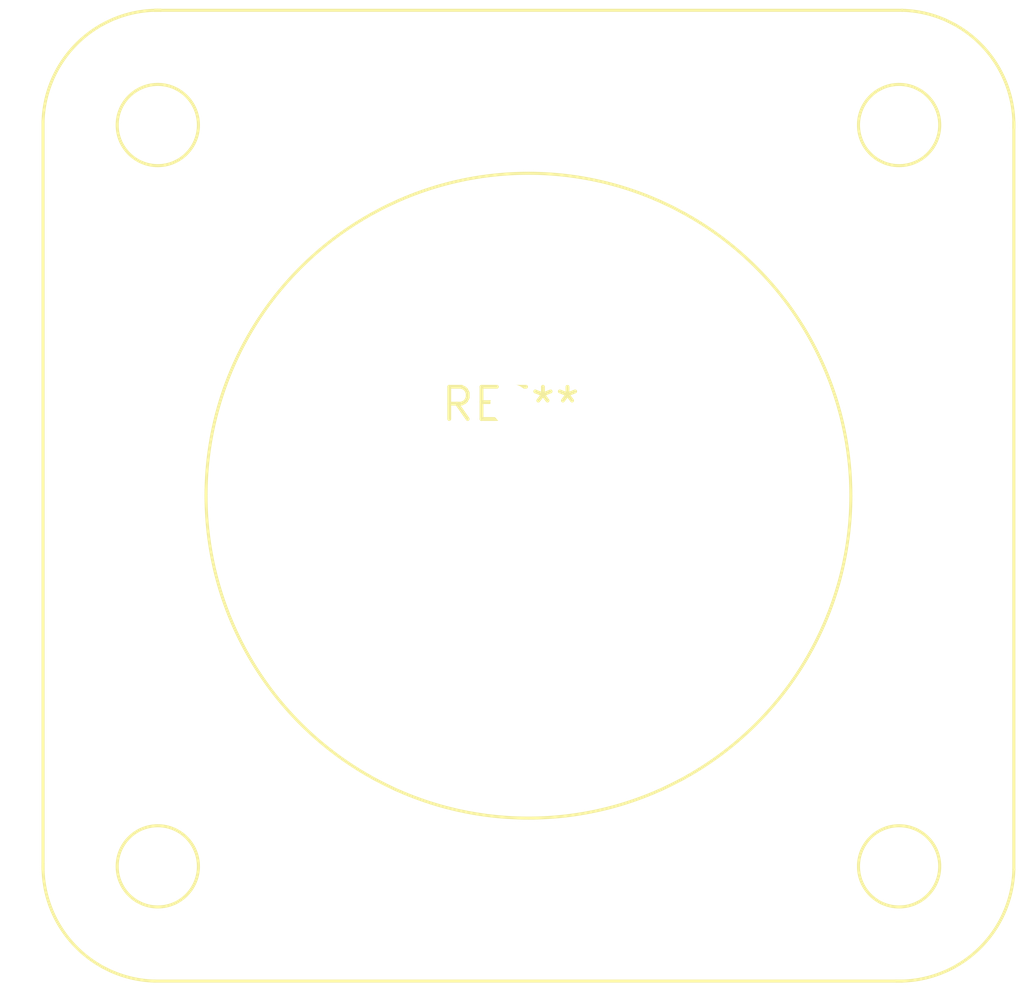
<source format=kicad_pcb>
(kicad_pcb (version 20240108) (generator pcbnew)
  (layers (0 "F.Cu" signal) (31 "B.Cu" signal) (34 "B.Paste" user) (35 "F.Paste" user) (36 "B.SilkS" user "B.Silkscreen") (37 "F.SilkS" user "F.Silkscreen") (38 "B.Mask" user) (39 "F.Mask" user) (44 "Edge.Cuts" user))
  (net 0 "")
  (footprint "Jack_speakON_Neutrik_NLT4MD-V_Vertical" (layer "F.Cu") (at 0 0)
    (property "Reference" "REF**")
    (property "Value" "Jack_speakON_Neutrik_NLT4MD-V_Vertical")
    (fp_line (start -18.42 18.32) (end -18.42 -11.12) (layer "F.SilkS") (stroke (width 0.12)))
    (fp_line (start -14.02 -15.52) (end 15.42 -15.52) (layer "F.SilkS") (stroke (width 0.12)))
    (fp_line (start -14.02 22.72) (end 15.42 22.72) (layer "F.SilkS") (stroke (width 0.12)))
    (fp_line (start 19.82 18.32) (end 19.82 -11.12) (layer "F.SilkS") (stroke (width 0.12)))
    (fp_arc (start -18.42 -11.12) (mid -17.01127 -14.280975) (end -13.78 -15.52) (layer "F.SilkS") (stroke (width 0.12)))
    (fp_arc (start -14.02 22.72) (mid -17.180975 21.31127) (end -18.42 18.08) (layer "F.SilkS") (stroke (width 0.12)))
    (fp_arc (start 15.42 -15.52) (mid 18.580975 -14.11127) (end 19.82 -10.88) (layer "F.SilkS") (stroke (width 0.12)))
    (fp_arc (start 19.82 18.32) (mid 18.41127 21.480975) (end 15.18 22.72) (layer "F.SilkS") (stroke (width 0.12)))
    (fp_circle (center -13.9 -11) (end -12.3 -11) (layer "F.SilkS") (stroke (width 0.12)) (fill none))
    (fp_circle (center -13.9 18.2) (end -12.3 18.2) (layer "F.SilkS") (stroke (width 0.12)) (fill none))
    (fp_circle (center 0.7 3.6) (end 13.4 3.6) (layer "F.SilkS") (stroke (width 0.12)) (fill none))
    (fp_circle (center 15.3 -11) (end 16.9 -11) (layer "F.SilkS") (stroke (width 0.12)) (fill none))
    (fp_circle (center 15.3 18.2) (end 16.9 18.2) (layer "F.SilkS") (stroke (width 0.12)) (fill none))
    (pad "1+" thru_hole circle (at 0 0) (size 3.4 3.4) (drill 1.6) (layers *.Cu *.Mask) (remove_unused_layers))
    (pad "1-" thru_hole circle (at -4.7 2.9) (size 3.4 3.4) (drill 1.6) (layers *.Cu *.Mask) (remove_unused_layers))
    (pad "2+" thru_hole circle (at 0 7.2) (size 3.4 3.4) (drill 1.6) (layers *.Cu *.Mask) (remove_unused_layers))
    (pad "2-" thru_hole circle (at 6.1 4.3) (size 3.4 3.4) (drill 1.6) (layers *.Cu *.Mask) (remove_unused_layers))
  )
)
</source>
